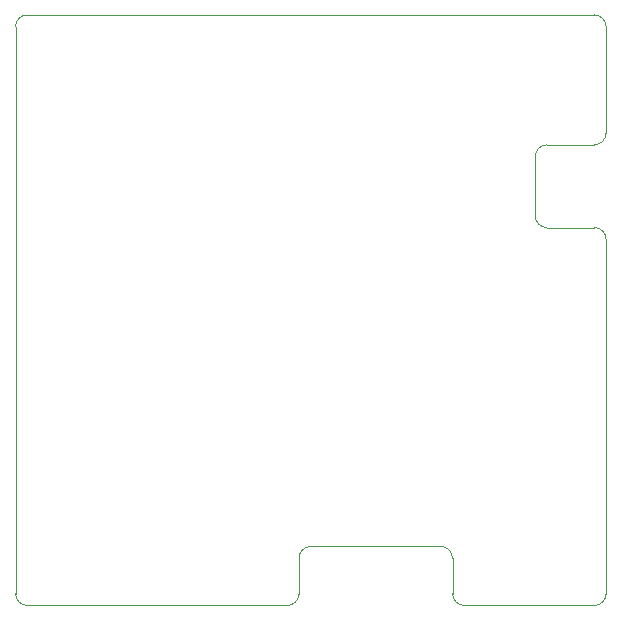
<source format=gm1>
G04 #@! TF.GenerationSoftware,KiCad,Pcbnew,(5.1.4)-1*
G04 #@! TF.CreationDate,2019-08-18T14:13:06+02:00*
G04 #@! TF.ProjectId,MicoBot1,4d69636f-426f-4743-912e-6b696361645f,rev?*
G04 #@! TF.SameCoordinates,Original*
G04 #@! TF.FileFunction,Profile,NP*
%FSLAX46Y46*%
G04 Gerber Fmt 4.6, Leading zero omitted, Abs format (unit mm)*
G04 Created by KiCad (PCBNEW (5.1.4)-1) date 2019-08-18 14:13:06*
%MOMM*%
%LPD*%
G04 APERTURE LIST*
%ADD10C,0.120000*%
G04 APERTURE END LIST*
D10*
X101000000Y-150000000D02*
X123000000Y-150000000D01*
X138000000Y-150000000D02*
G75*
G02X137000000Y-149000000I0J1000000D01*
G01*
X149000000Y-150000000D02*
X138000000Y-150000000D01*
X136000000Y-145000000D02*
G75*
G02X137000000Y-146000000I0J-1000000D01*
G01*
X124000000Y-146000000D02*
G75*
G02X125000000Y-145000000I1000000J0D01*
G01*
X124000000Y-149000000D02*
G75*
G02X123000000Y-150000000I-1000000J0D01*
G01*
X137000000Y-146000000D02*
X137000000Y-149000000D01*
X125000000Y-145000000D02*
X136000000Y-145000000D01*
X124000000Y-149000000D02*
X124000000Y-146000000D01*
X101000000Y-150000000D02*
G75*
G02X100000000Y-149000000I0J1000000D01*
G01*
X145000000Y-118000000D02*
G75*
G02X144000000Y-117000000I0J1000000D01*
G01*
X144000000Y-112000000D02*
G75*
G02X145000000Y-111000000I1000000J0D01*
G01*
X100000000Y-101000000D02*
G75*
G02X101000000Y-100000000I1000000J0D01*
G01*
X149000000Y-100000000D02*
G75*
G02X150000000Y-101000000I0J-1000000D01*
G01*
X150000000Y-149000000D02*
G75*
G02X149000000Y-150000000I-1000000J0D01*
G01*
X149000000Y-118000000D02*
G75*
G02X150000000Y-119000000I0J-1000000D01*
G01*
X150000000Y-110000000D02*
G75*
G02X149000000Y-111000000I-1000000J0D01*
G01*
X150000000Y-119000000D02*
X150000000Y-149000000D01*
X150000000Y-101000000D02*
X150000000Y-110000000D01*
X145000000Y-118000000D02*
X149000000Y-118000000D01*
X144000000Y-112000000D02*
X144000000Y-117000000D01*
X149000000Y-111000000D02*
X145000000Y-111000000D01*
X100000000Y-101000000D02*
X100000000Y-149000000D01*
X101000000Y-100000000D02*
X149000000Y-100000000D01*
M02*

</source>
